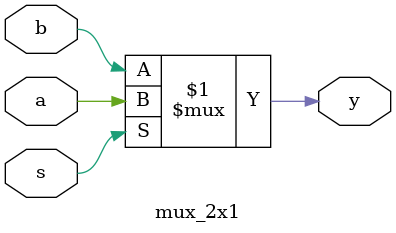
<source format=v>
`timescale 1ns / 1ps

module mux_2x1(input a,
               input b,
               input s,
               output y);
               
     assign y=s ? a : b; //conditional operator
     
endmodule

</source>
